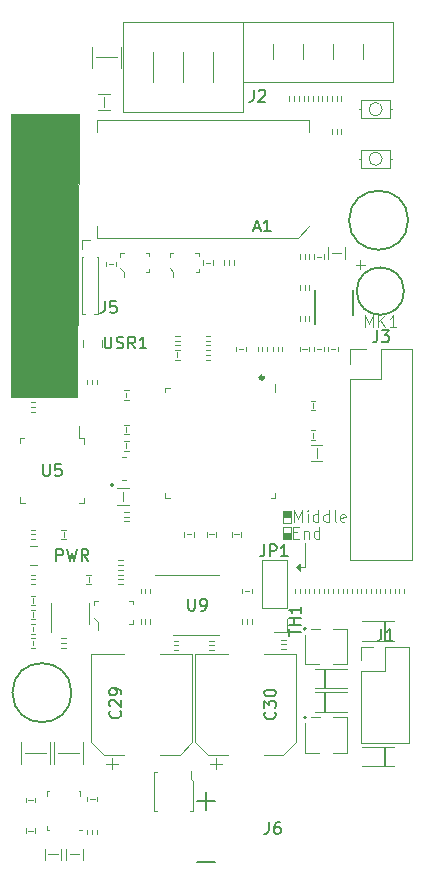
<source format=gbr>
G04 #@! TF.GenerationSoftware,KiCad,Pcbnew,(5.1.2)-1*
G04 #@! TF.CreationDate,2019-07-28T17:54:04+02:00*
G04 #@! TF.ProjectId,qqv11,71717631-312e-46b6-9963-61645f706362,rev?*
G04 #@! TF.SameCoordinates,Original*
G04 #@! TF.FileFunction,Legend,Top*
G04 #@! TF.FilePolarity,Positive*
%FSLAX46Y46*%
G04 Gerber Fmt 4.6, Leading zero omitted, Abs format (unit mm)*
G04 Created by KiCad (PCBNEW (5.1.2)-1) date 2019-07-28 17:54:04*
%MOMM*%
%LPD*%
G04 APERTURE LIST*
%ADD10C,0.150000*%
%ADD11C,0.100000*%
%ADD12C,0.300000*%
%ADD13C,0.120000*%
%ADD14C,0.127000*%
%ADD15C,0.200000*%
G04 APERTURE END LIST*
D10*
X97966666Y-101852380D02*
X97966666Y-100852380D01*
X98347619Y-100852380D01*
X98442857Y-100900000D01*
X98490476Y-100947619D01*
X98538095Y-101042857D01*
X98538095Y-101185714D01*
X98490476Y-101280952D01*
X98442857Y-101328571D01*
X98347619Y-101376190D01*
X97966666Y-101376190D01*
X98871428Y-100852380D02*
X99109523Y-101852380D01*
X99300000Y-101138095D01*
X99490476Y-101852380D01*
X99728571Y-100852380D01*
X100680952Y-101852380D02*
X100347619Y-101376190D01*
X100109523Y-101852380D02*
X100109523Y-100852380D01*
X100490476Y-100852380D01*
X100585714Y-100900000D01*
X100633333Y-100947619D01*
X100680952Y-101042857D01*
X100680952Y-101185714D01*
X100633333Y-101280952D01*
X100585714Y-101328571D01*
X100490476Y-101376190D01*
X100109523Y-101376190D01*
D11*
G36*
X118600000Y-102700000D02*
G01*
X118300000Y-102400000D01*
X118600000Y-102100000D01*
X118600000Y-102700000D01*
G37*
X118600000Y-102700000D02*
X118300000Y-102400000D01*
X118600000Y-102100000D01*
X118600000Y-102700000D01*
X119000000Y-102400000D02*
X118300000Y-102400000D01*
X119000000Y-100300000D02*
X119000000Y-102400000D01*
G36*
X117800000Y-98100000D02*
G01*
X117200000Y-98100000D01*
X117200000Y-97600000D01*
X117800000Y-97600000D01*
X117800000Y-98100000D01*
G37*
X117800000Y-98100000D02*
X117200000Y-98100000D01*
X117200000Y-97600000D01*
X117800000Y-97600000D01*
X117800000Y-98100000D01*
G36*
X117800000Y-100000000D02*
G01*
X117200000Y-100000000D01*
X117200000Y-99500000D01*
X117800000Y-99500000D01*
X117800000Y-100000000D01*
G37*
X117800000Y-100000000D02*
X117200000Y-100000000D01*
X117200000Y-99500000D01*
X117800000Y-99500000D01*
X117800000Y-100000000D01*
X117200000Y-100000000D02*
X117800000Y-100000000D01*
X117200000Y-99000000D02*
X117200000Y-100000000D01*
X117200000Y-99500000D02*
X117800000Y-99500000D01*
X117800000Y-99000000D02*
X117200000Y-99000000D01*
X117800000Y-100000000D02*
X117800000Y-99000000D01*
X117200000Y-98100000D02*
X117800000Y-98100000D01*
X117800000Y-97600000D02*
X117200000Y-97600000D01*
X117800000Y-98600000D02*
X117800000Y-97600000D01*
X117200000Y-98600000D02*
X117800000Y-98600000D01*
X117200000Y-97600000D02*
X117200000Y-98600000D01*
X118003095Y-99428571D02*
X118336428Y-99428571D01*
X118479285Y-99952380D02*
X118003095Y-99952380D01*
X118003095Y-98952380D01*
X118479285Y-98952380D01*
X118907857Y-99285714D02*
X118907857Y-99952380D01*
X118907857Y-99380952D02*
X118955476Y-99333333D01*
X119050714Y-99285714D01*
X119193571Y-99285714D01*
X119288809Y-99333333D01*
X119336428Y-99428571D01*
X119336428Y-99952380D01*
X120241190Y-99952380D02*
X120241190Y-98952380D01*
X120241190Y-99904761D02*
X120145952Y-99952380D01*
X119955476Y-99952380D01*
X119860238Y-99904761D01*
X119812619Y-99857142D01*
X119765000Y-99761904D01*
X119765000Y-99476190D01*
X119812619Y-99380952D01*
X119860238Y-99333333D01*
X119955476Y-99285714D01*
X120145952Y-99285714D01*
X120241190Y-99333333D01*
X118103095Y-98552380D02*
X118103095Y-97552380D01*
X118436428Y-98266666D01*
X118769761Y-97552380D01*
X118769761Y-98552380D01*
X119245952Y-98552380D02*
X119245952Y-97885714D01*
X119245952Y-97552380D02*
X119198333Y-97600000D01*
X119245952Y-97647619D01*
X119293571Y-97600000D01*
X119245952Y-97552380D01*
X119245952Y-97647619D01*
X120150714Y-98552380D02*
X120150714Y-97552380D01*
X120150714Y-98504761D02*
X120055476Y-98552380D01*
X119865000Y-98552380D01*
X119769761Y-98504761D01*
X119722142Y-98457142D01*
X119674523Y-98361904D01*
X119674523Y-98076190D01*
X119722142Y-97980952D01*
X119769761Y-97933333D01*
X119865000Y-97885714D01*
X120055476Y-97885714D01*
X120150714Y-97933333D01*
X121055476Y-98552380D02*
X121055476Y-97552380D01*
X121055476Y-98504761D02*
X120960238Y-98552380D01*
X120769761Y-98552380D01*
X120674523Y-98504761D01*
X120626904Y-98457142D01*
X120579285Y-98361904D01*
X120579285Y-98076190D01*
X120626904Y-97980952D01*
X120674523Y-97933333D01*
X120769761Y-97885714D01*
X120960238Y-97885714D01*
X121055476Y-97933333D01*
X121674523Y-98552380D02*
X121579285Y-98504761D01*
X121531666Y-98409523D01*
X121531666Y-97552380D01*
X122436428Y-98504761D02*
X122341190Y-98552380D01*
X122150714Y-98552380D01*
X122055476Y-98504761D01*
X122007857Y-98409523D01*
X122007857Y-98028571D01*
X122055476Y-97933333D01*
X122150714Y-97885714D01*
X122341190Y-97885714D01*
X122436428Y-97933333D01*
X122484047Y-98028571D01*
X122484047Y-98123809D01*
X122007857Y-98219047D01*
G36*
X99700000Y-88000000D02*
G01*
X94100000Y-88000000D01*
X94100000Y-64000000D01*
X99850000Y-64000000D01*
X99700000Y-88000000D01*
G37*
X99700000Y-88000000D02*
X94100000Y-88000000D01*
X94100000Y-64000000D01*
X99850000Y-64000000D01*
X99700000Y-88000000D01*
D10*
X127750000Y-73000000D02*
G75*
G03X127750000Y-73000000I-2500000J0D01*
G01*
X99250000Y-113000000D02*
G75*
G03X99250000Y-113000000I-2500000J0D01*
G01*
D12*
X115498564Y-86328572D02*
G75*
G03X115498564Y-86328572I-141421J0D01*
G01*
D13*
X116507143Y-87578572D02*
X116507143Y-86878572D01*
X107207143Y-87178572D02*
X107607143Y-87178572D01*
X107207143Y-87578572D02*
X107207143Y-87178572D01*
X107207143Y-96478572D02*
X107607143Y-96478572D01*
X107207143Y-96078572D02*
X107207143Y-96478572D01*
X116507143Y-96478572D02*
X116107143Y-96478572D01*
X116507143Y-96078572D02*
X116507143Y-96478572D01*
X118400000Y-74500000D02*
X101400000Y-74500000D01*
X101400000Y-64500000D02*
X119400000Y-64500000D01*
X101400000Y-74500000D02*
X101400000Y-73500000D01*
X101400000Y-64500000D02*
X101400000Y-65500000D01*
X119400000Y-64500000D02*
X119400000Y-65500000D01*
X119400000Y-73500000D02*
X118400000Y-74500000D01*
X127000000Y-104600000D02*
X127000000Y-104200000D01*
X127400000Y-104600000D02*
X127400000Y-104200000D01*
X126600000Y-104600000D02*
X126600000Y-104200000D01*
X99250000Y-113000000D02*
G75*
G03X99250000Y-113000000I-2500000J0D01*
G01*
X127750000Y-73000000D02*
G75*
G03X127750000Y-73000000I-2500000J0D01*
G01*
X119200000Y-83900000D02*
X118800000Y-83900000D01*
X118600000Y-83700000D02*
X118600000Y-84100000D01*
X119400000Y-83700000D02*
X119400000Y-84100000D01*
X121800000Y-83700000D02*
X121800000Y-84100000D01*
X121000000Y-83700000D02*
X121000000Y-84100000D01*
X121600000Y-83900000D02*
X121200000Y-83900000D01*
D11*
X103600000Y-96800000D02*
X103600000Y-96000000D01*
X104100000Y-95700000D02*
X103100000Y-95700000D01*
X104100000Y-97100000D02*
X103100000Y-97100000D01*
X121000000Y-76300000D02*
X121000000Y-75300000D01*
X122400000Y-76300000D02*
X122400000Y-75300000D01*
X121300000Y-75800000D02*
X122100000Y-75800000D01*
D13*
X108200000Y-84600000D02*
X108200000Y-84200000D01*
X108400000Y-84000000D02*
X108000000Y-84000000D01*
X108400000Y-84800000D02*
X108000000Y-84800000D01*
X119500000Y-88300000D02*
X119900000Y-88300000D01*
X119500000Y-89100000D02*
X119900000Y-89100000D01*
X119700000Y-88500000D02*
X119700000Y-88900000D01*
X119800000Y-76300000D02*
X119800000Y-75900000D01*
X120600000Y-76300000D02*
X120600000Y-75900000D01*
X120000000Y-76100000D02*
X120400000Y-76100000D01*
X120600000Y-83700000D02*
X120600000Y-84100000D01*
X119800000Y-83700000D02*
X119800000Y-84100000D01*
X120400000Y-83900000D02*
X120000000Y-83900000D01*
X113400000Y-83900000D02*
X113800000Y-83900000D01*
X114000000Y-84100000D02*
X114000000Y-83700000D01*
X113200000Y-84100000D02*
X113200000Y-83700000D01*
D11*
X120000000Y-92300000D02*
X120000000Y-93100000D01*
X119500000Y-93400000D02*
X120500000Y-93400000D01*
X119500000Y-92000000D02*
X120500000Y-92000000D01*
D13*
X119700000Y-91000000D02*
X119700000Y-91400000D01*
X119500000Y-91600000D02*
X119900000Y-91600000D01*
X119500000Y-90800000D02*
X119900000Y-90800000D01*
X104100000Y-88200000D02*
X103700000Y-88200000D01*
X104100000Y-87400000D02*
X103700000Y-87400000D01*
X103900000Y-88000000D02*
X103900000Y-87600000D01*
D11*
X101000000Y-60100000D02*
X101000000Y-58300000D01*
X103400000Y-60100000D02*
X103400000Y-58300000D01*
X101300000Y-59200000D02*
X103100000Y-59200000D01*
D13*
X113600000Y-99400000D02*
X113600000Y-99800000D01*
X112800000Y-99400000D02*
X112800000Y-99800000D01*
X113400000Y-99600000D02*
X113000000Y-99600000D01*
X103900000Y-90900000D02*
X103900000Y-90500000D01*
X104100000Y-90300000D02*
X103700000Y-90300000D01*
X104100000Y-91100000D02*
X103700000Y-91100000D01*
X102800000Y-76700000D02*
X102400000Y-76700000D01*
X102200000Y-76500000D02*
X102200000Y-76900000D01*
X103000000Y-76500000D02*
X103000000Y-76900000D01*
X111500000Y-99400000D02*
X111500000Y-99800000D01*
X110700000Y-99400000D02*
X110700000Y-99800000D01*
X111300000Y-99600000D02*
X110900000Y-99600000D01*
X111200000Y-76400000D02*
X111200000Y-76800000D01*
X110400000Y-76400000D02*
X110400000Y-76800000D01*
X111000000Y-76600000D02*
X110600000Y-76600000D01*
X98800000Y-100000000D02*
X98400000Y-100000000D01*
X98800000Y-99200000D02*
X98400000Y-99200000D01*
X98600000Y-99800000D02*
X98600000Y-99400000D01*
X103700000Y-91700000D02*
X104100000Y-91700000D01*
X103700000Y-92500000D02*
X104100000Y-92500000D01*
X103900000Y-91900000D02*
X103900000Y-92300000D01*
D11*
X102500000Y-63700000D02*
X101500000Y-63700000D01*
X102500000Y-62300000D02*
X101500000Y-62300000D01*
X102000000Y-63400000D02*
X102000000Y-62600000D01*
D13*
X100700000Y-103600000D02*
X100700000Y-103200000D01*
X100900000Y-103000000D02*
X100500000Y-103000000D01*
X100900000Y-103800000D02*
X100500000Y-103800000D01*
D11*
X99900000Y-126700000D02*
X99100000Y-126700000D01*
X98800000Y-126200000D02*
X98800000Y-127200000D01*
X100200000Y-126200000D02*
X100200000Y-127200000D01*
X98400000Y-126200000D02*
X98400000Y-127200000D01*
X97000000Y-126200000D02*
X97000000Y-127200000D01*
X98100000Y-126700000D02*
X97300000Y-126700000D01*
X98100000Y-118100000D02*
X99900000Y-118100000D01*
X100200000Y-119000000D02*
X100200000Y-117200000D01*
X97800000Y-119000000D02*
X97800000Y-117200000D01*
X95000000Y-119000000D02*
X95000000Y-117200000D01*
X97400000Y-119000000D02*
X97400000Y-117200000D01*
X95300000Y-118100000D02*
X97100000Y-118100000D01*
D13*
X102190000Y-119000000D02*
X103190000Y-119000000D01*
X102690000Y-119500000D02*
X102690000Y-118500000D01*
X108395563Y-118260000D02*
X109460000Y-117195563D01*
X102004437Y-118260000D02*
X100940000Y-117195563D01*
X102004437Y-118260000D02*
X103690000Y-118260000D01*
X108395563Y-118260000D02*
X106710000Y-118260000D01*
X109460000Y-117195563D02*
X109460000Y-109740000D01*
X100940000Y-117195563D02*
X100940000Y-109740000D01*
X100940000Y-109740000D02*
X103690000Y-109740000D01*
X109460000Y-109740000D02*
X106710000Y-109740000D01*
X118260000Y-109740000D02*
X115510000Y-109740000D01*
X109740000Y-109740000D02*
X112490000Y-109740000D01*
X109740000Y-117195563D02*
X109740000Y-109740000D01*
X118260000Y-117195563D02*
X118260000Y-109740000D01*
X117195563Y-118260000D02*
X115510000Y-118260000D01*
X110804437Y-118260000D02*
X112490000Y-118260000D01*
X110804437Y-118260000D02*
X109740000Y-117195563D01*
X117195563Y-118260000D02*
X118260000Y-117195563D01*
X111490000Y-119500000D02*
X111490000Y-118500000D01*
X110990000Y-119000000D02*
X111990000Y-119000000D01*
X100600000Y-122200000D02*
X100600000Y-121800000D01*
X101400000Y-122200000D02*
X101400000Y-121800000D01*
X100800000Y-122000000D02*
X101200000Y-122000000D01*
X114300000Y-104400000D02*
X113900000Y-104400000D01*
X113700000Y-104200000D02*
X113700000Y-104600000D01*
X114500000Y-104200000D02*
X114500000Y-104600000D01*
X109400000Y-99600000D02*
X109000000Y-99600000D01*
X108800000Y-99400000D02*
X108800000Y-99800000D01*
X109600000Y-99400000D02*
X109600000Y-99800000D01*
X96000000Y-109000000D02*
X96000000Y-108600000D01*
X96200000Y-108400000D02*
X95800000Y-108400000D01*
X96200000Y-109200000D02*
X95800000Y-109200000D01*
X96200000Y-108000000D02*
X95800000Y-108000000D01*
X96200000Y-107200000D02*
X95800000Y-107200000D01*
X96000000Y-107800000D02*
X96000000Y-107400000D01*
X96000000Y-106600000D02*
X96000000Y-106200000D01*
X96200000Y-106000000D02*
X95800000Y-106000000D01*
X96200000Y-106800000D02*
X95800000Y-106800000D01*
X96200000Y-105600000D02*
X95800000Y-105600000D01*
X96200000Y-104800000D02*
X95800000Y-104800000D01*
X96000000Y-105400000D02*
X96000000Y-105000000D01*
X119850000Y-112975000D02*
X122550000Y-112975000D01*
X119850000Y-114625000D02*
X122550000Y-114625000D01*
X120600000Y-113000000D02*
X120600000Y-114600000D01*
X120700000Y-113000000D02*
X120700000Y-114600000D01*
X125700000Y-119200000D02*
X125700000Y-117600000D01*
X125800000Y-119200000D02*
X125800000Y-117600000D01*
X126550000Y-117575000D02*
X123850000Y-117575000D01*
X126550000Y-119225000D02*
X123850000Y-119225000D01*
X125700000Y-108600000D02*
X125700000Y-107000000D01*
X125800000Y-108600000D02*
X125800000Y-107000000D01*
X126550000Y-106975000D02*
X123850000Y-106975000D01*
X126550000Y-108625000D02*
X123850000Y-108625000D01*
X119850000Y-110975000D02*
X122550000Y-110975000D01*
X119850000Y-112625000D02*
X122550000Y-112625000D01*
X120600000Y-111000000D02*
X120600000Y-112600000D01*
X120700000Y-111000000D02*
X120700000Y-112600000D01*
D11*
X101150000Y-106700000D02*
X101475000Y-107025000D01*
X101475000Y-107025000D02*
X101475000Y-107725000D01*
X101500000Y-105200000D02*
X101150000Y-105200000D01*
X101150000Y-105200000D02*
X101150000Y-105550000D01*
X104450000Y-106875000D02*
X104450000Y-107200000D01*
X104450000Y-107200000D02*
X104150000Y-107200000D01*
X104100000Y-105200000D02*
X104450000Y-105200000D01*
X104450000Y-105200000D02*
X104450000Y-105500000D01*
D13*
X113810000Y-56190000D02*
X113810000Y-63810000D01*
X103650000Y-56190000D02*
X103650000Y-63810000D01*
X103650000Y-63810000D02*
X113810000Y-63810000D01*
X103650000Y-56190000D02*
X113810000Y-56190000D01*
X116350000Y-58095000D02*
X116350000Y-59365000D01*
X118890000Y-58095000D02*
X118890000Y-59365000D01*
X121430000Y-58095000D02*
X121430000Y-59365000D01*
X126510000Y-56190000D02*
X126510000Y-61270000D01*
X123970000Y-58095000D02*
X123970000Y-59365000D01*
X126510000Y-56190000D02*
X113810000Y-56190000D01*
X126510000Y-61270000D02*
X113810000Y-61270000D01*
X106190000Y-58730000D02*
X106190000Y-61270000D01*
X108730000Y-58730000D02*
X108730000Y-61270000D01*
X111270000Y-58730000D02*
X111270000Y-61270000D01*
X122870000Y-101770000D02*
X128070000Y-101770000D01*
X122870000Y-86470000D02*
X122870000Y-101770000D01*
X128070000Y-83870000D02*
X128070000Y-101770000D01*
X122870000Y-86470000D02*
X125470000Y-86470000D01*
X125470000Y-86470000D02*
X125470000Y-83870000D01*
X125470000Y-83870000D02*
X128070000Y-83870000D01*
X122870000Y-85200000D02*
X122870000Y-83870000D01*
X122870000Y-83870000D02*
X124200000Y-83870000D01*
X100105000Y-80960000D02*
X100405507Y-80960000D01*
X101194493Y-80960000D02*
X101495000Y-80960000D01*
X100105000Y-76085000D02*
X100105000Y-80960000D01*
X101495000Y-76085000D02*
X101495000Y-80960000D01*
X100105000Y-76085000D02*
X100191724Y-76085000D01*
X101408276Y-76085000D02*
X101495000Y-76085000D01*
X100105000Y-75400000D02*
X100105000Y-74715000D01*
X100105000Y-74715000D02*
X100800000Y-74715000D01*
D14*
X127400000Y-79000000D02*
G75*
G03X127400000Y-79000000I-2000000J0D01*
G01*
D13*
X96320000Y-100600000D02*
X95720000Y-100600000D01*
X96300000Y-102200000D02*
X95700000Y-102200000D01*
D11*
X122600000Y-118100000D02*
X122600000Y-115100000D01*
X119000000Y-115600000D02*
X119000000Y-118100000D01*
X122600000Y-118100000D02*
X121400000Y-118100000D01*
X119000000Y-118100000D02*
X120200000Y-118100000D01*
X122600000Y-115100000D02*
X121400000Y-115100000D01*
D13*
X120300000Y-115100000D02*
X119500000Y-115100000D01*
D15*
X119100000Y-115100000D02*
G75*
G03X119100000Y-115100000I-100000J0D01*
G01*
X119087500Y-107577500D02*
G75*
G03X119087500Y-107577500I-100000J0D01*
G01*
D13*
X120287500Y-107577500D02*
X119487500Y-107577500D01*
D11*
X122587500Y-107577500D02*
X121387500Y-107577500D01*
X118987500Y-110577500D02*
X120187500Y-110577500D01*
X122587500Y-110577500D02*
X121387500Y-110577500D01*
X118987500Y-108077500D02*
X118987500Y-110577500D01*
X122587500Y-110577500D02*
X122587500Y-107577500D01*
D13*
X106250000Y-123050000D02*
X106250000Y-119750000D01*
X109350000Y-120300000D02*
X109350000Y-119650000D01*
X109550000Y-120500000D02*
X109350000Y-120300000D01*
X109550000Y-123050000D02*
X109550000Y-120500000D01*
X106250000Y-123050000D02*
X106500000Y-123050000D01*
X109550000Y-123050000D02*
X109300000Y-123050000D01*
X106250000Y-119750000D02*
X106500000Y-119750000D01*
X119400000Y-78500000D02*
X119400000Y-78900000D01*
X118600000Y-78500000D02*
X118600000Y-78900000D01*
X119000000Y-78500000D02*
X119000000Y-78900000D01*
X119400000Y-81100000D02*
X119400000Y-81500000D01*
X118600000Y-81100000D02*
X118600000Y-81500000D01*
X119000000Y-81100000D02*
X119000000Y-81500000D01*
X108000000Y-82800000D02*
X108400000Y-82800000D01*
X108000000Y-83600000D02*
X108400000Y-83600000D01*
X108000000Y-83200000D02*
X108400000Y-83200000D01*
X110600000Y-83200000D02*
X111000000Y-83200000D01*
X110600000Y-83600000D02*
X111000000Y-83600000D01*
X110600000Y-82800000D02*
X111000000Y-82800000D01*
X119000000Y-76300000D02*
X119000000Y-75900000D01*
X119400000Y-76300000D02*
X119400000Y-75900000D01*
X118600000Y-76300000D02*
X118600000Y-75900000D01*
X110600000Y-84000000D02*
X111000000Y-84000000D01*
X110600000Y-84800000D02*
X111000000Y-84800000D01*
X110600000Y-84400000D02*
X111000000Y-84400000D01*
X125800000Y-104200000D02*
X125800000Y-104600000D01*
X125400000Y-104200000D02*
X125400000Y-104600000D01*
X126200000Y-104200000D02*
X126200000Y-104600000D01*
X121400000Y-104200000D02*
X121400000Y-104600000D01*
X120600000Y-104200000D02*
X120600000Y-104600000D01*
X121000000Y-104200000D02*
X121000000Y-104600000D01*
X121800000Y-104600000D02*
X121800000Y-104200000D01*
X122600000Y-104600000D02*
X122600000Y-104200000D01*
X122200000Y-104600000D02*
X122200000Y-104200000D01*
X118600000Y-104200000D02*
X118600000Y-104600000D01*
X118200000Y-104200000D02*
X118200000Y-104600000D01*
X119000000Y-104200000D02*
X119000000Y-104600000D01*
X122100000Y-62500000D02*
X122100000Y-62900000D01*
X121300000Y-62500000D02*
X121300000Y-62900000D01*
X121700000Y-62500000D02*
X121700000Y-62900000D01*
X122100000Y-65300000D02*
X122100000Y-65700000D01*
X121300000Y-65300000D02*
X121300000Y-65700000D01*
X121700000Y-65300000D02*
X121700000Y-65700000D01*
X123800000Y-104200000D02*
X123800000Y-104600000D01*
X123000000Y-104200000D02*
X123000000Y-104600000D01*
X123400000Y-104200000D02*
X123400000Y-104600000D01*
X119800000Y-104600000D02*
X119800000Y-104200000D01*
X120200000Y-104600000D02*
X120200000Y-104200000D01*
X119400000Y-104600000D02*
X119400000Y-104200000D01*
X124200000Y-104600000D02*
X124200000Y-104200000D01*
X125000000Y-104600000D02*
X125000000Y-104200000D01*
X124600000Y-104600000D02*
X124600000Y-104200000D01*
X95800000Y-103400000D02*
X96200000Y-103400000D01*
X95800000Y-103800000D02*
X96200000Y-103800000D01*
X95800000Y-103000000D02*
X96200000Y-103000000D01*
X101000000Y-86500000D02*
X101000000Y-86900000D01*
X100600000Y-86500000D02*
X100600000Y-86900000D01*
X101400000Y-86500000D02*
X101400000Y-86900000D01*
X118100000Y-62900000D02*
X118100000Y-62500000D01*
X118500000Y-62900000D02*
X118500000Y-62500000D01*
X117700000Y-62900000D02*
X117700000Y-62500000D01*
X118900000Y-62900000D02*
X118900000Y-62500000D01*
X119700000Y-62900000D02*
X119700000Y-62500000D01*
X119300000Y-62900000D02*
X119300000Y-62500000D01*
X120500000Y-62900000D02*
X120500000Y-62500000D01*
X120900000Y-62900000D02*
X120900000Y-62500000D01*
X120100000Y-62900000D02*
X120100000Y-62500000D01*
X103700000Y-97700000D02*
X104100000Y-97700000D01*
X103700000Y-98500000D02*
X104100000Y-98500000D01*
X103700000Y-98100000D02*
X104100000Y-98100000D01*
X96200000Y-99600000D02*
X95800000Y-99600000D01*
X96200000Y-99200000D02*
X95800000Y-99200000D01*
X96200000Y-100000000D02*
X95800000Y-100000000D01*
X96200000Y-89200000D02*
X95800000Y-89200000D01*
X96200000Y-88400000D02*
X95800000Y-88400000D01*
X96200000Y-88800000D02*
X95800000Y-88800000D01*
X103200000Y-103400000D02*
X103600000Y-103400000D01*
X103200000Y-103800000D02*
X103600000Y-103800000D01*
X103200000Y-103000000D02*
X103600000Y-103000000D01*
X103200000Y-101800000D02*
X103600000Y-101800000D01*
X103200000Y-102600000D02*
X103600000Y-102600000D01*
X103200000Y-102200000D02*
X103600000Y-102200000D01*
X101000000Y-125000000D02*
X101000000Y-124600000D01*
X101400000Y-125000000D02*
X101400000Y-124600000D01*
X100600000Y-125000000D02*
X100600000Y-124600000D01*
X107900000Y-108600000D02*
X108300000Y-108600000D01*
X107900000Y-109400000D02*
X108300000Y-109400000D01*
X107900000Y-109000000D02*
X108300000Y-109000000D01*
X105100000Y-104600000D02*
X105100000Y-104200000D01*
X105900000Y-104600000D02*
X105900000Y-104200000D01*
X105500000Y-104600000D02*
X105500000Y-104200000D01*
X113700000Y-107200000D02*
X113700000Y-106800000D01*
X114500000Y-107200000D02*
X114500000Y-106800000D01*
X114100000Y-107200000D02*
X114100000Y-106800000D01*
X110900000Y-109000000D02*
X111300000Y-109000000D01*
X110900000Y-109400000D02*
X111300000Y-109400000D01*
X110900000Y-108600000D02*
X111300000Y-108600000D01*
X105500000Y-107200000D02*
X105500000Y-106800000D01*
X105900000Y-107200000D02*
X105900000Y-106800000D01*
X105100000Y-107200000D02*
X105100000Y-106800000D01*
X113000000Y-76400000D02*
X113000000Y-76800000D01*
X112200000Y-76400000D02*
X112200000Y-76800000D01*
X112600000Y-76400000D02*
X112600000Y-76800000D01*
X116700000Y-83700000D02*
X116700000Y-84100000D01*
X116300000Y-83700000D02*
X116300000Y-84100000D01*
X117100000Y-83700000D02*
X117100000Y-84100000D01*
X115800000Y-83700000D02*
X115800000Y-84100000D01*
X115000000Y-83700000D02*
X115000000Y-84100000D01*
X115400000Y-83700000D02*
X115400000Y-84100000D01*
X98400000Y-108800000D02*
X98800000Y-108800000D01*
X98400000Y-109200000D02*
X98800000Y-109200000D01*
X98400000Y-108400000D02*
X98800000Y-108400000D01*
D11*
X126250000Y-64350000D02*
X126250000Y-62850000D01*
X126250000Y-62850000D02*
X123750000Y-62850000D01*
X123750000Y-62850000D02*
X123750000Y-64350000D01*
X123750000Y-64350000D02*
X126250000Y-64350000D01*
X125559017Y-63600000D02*
G75*
G03X125559017Y-63600000I-559017J0D01*
G01*
X126250000Y-63600000D02*
X126400000Y-63600000D01*
X123750000Y-63600000D02*
X123600000Y-63600000D01*
X123750000Y-67800000D02*
X123600000Y-67800000D01*
X126250000Y-67800000D02*
X126400000Y-67800000D01*
X125559017Y-67800000D02*
G75*
G03X125559017Y-67800000I-559017J0D01*
G01*
X123750000Y-68550000D02*
X126250000Y-68550000D01*
X123750000Y-67050000D02*
X123750000Y-68550000D01*
X126250000Y-67050000D02*
X123750000Y-67050000D01*
X126250000Y-68550000D02*
X126250000Y-67050000D01*
D13*
X117000000Y-108900000D02*
X117400000Y-108900000D01*
X117000000Y-109300000D02*
X117400000Y-109300000D01*
X117000000Y-108500000D02*
X117400000Y-108500000D01*
D10*
X119875000Y-81825000D02*
X119875000Y-78950000D01*
X123125000Y-81050000D02*
X123125000Y-78950000D01*
D11*
X103375000Y-77075000D02*
X103675000Y-77400000D01*
X103675000Y-77400000D02*
X103675000Y-77800000D01*
X103675000Y-75800000D02*
X103375000Y-75800000D01*
X103375000Y-75800000D02*
X103375000Y-76100000D01*
X105550000Y-77400000D02*
X105825000Y-77400000D01*
X105825000Y-77400000D02*
X105825000Y-77150000D01*
X105525000Y-75800000D02*
X105825000Y-75800000D01*
X105825000Y-75800000D02*
X105825000Y-76025000D01*
X110025000Y-75800000D02*
X110025000Y-76025000D01*
X109725000Y-75800000D02*
X110025000Y-75800000D01*
X110025000Y-77400000D02*
X110025000Y-77150000D01*
X109750000Y-77400000D02*
X110025000Y-77400000D01*
X107575000Y-75800000D02*
X107575000Y-76100000D01*
X107875000Y-75800000D02*
X107575000Y-75800000D01*
X107875000Y-77400000D02*
X107875000Y-77800000D01*
X107575000Y-77075000D02*
X107875000Y-77400000D01*
X100350000Y-91950000D02*
X100350000Y-91450000D01*
X100350000Y-91450000D02*
X99900000Y-91450000D01*
X99900000Y-91450000D02*
X99900000Y-90400000D01*
X94850000Y-91475000D02*
X95250000Y-91475000D01*
X94850000Y-91475000D02*
X94850000Y-91875000D01*
X94850000Y-96950000D02*
X94850000Y-96475000D01*
X94850000Y-96950000D02*
X95275000Y-96950000D01*
X100325000Y-96925000D02*
X100325000Y-96500000D01*
X100325000Y-96925000D02*
X99925000Y-96925000D01*
D13*
X103487500Y-93012500D02*
X103887500Y-93012500D01*
X103487500Y-95012500D02*
X103887500Y-95012500D01*
D15*
X102787500Y-95412500D02*
G75*
G03X102787500Y-95412500I-100000J0D01*
G01*
D13*
X97350000Y-124650000D02*
X97200000Y-124650000D01*
X97200000Y-124650000D02*
X97200000Y-124250000D01*
X97350000Y-121350000D02*
X97200000Y-121350000D01*
X97200000Y-121350000D02*
X97200000Y-121750000D01*
X99850000Y-121350000D02*
X100000000Y-121350000D01*
X100000000Y-121350000D02*
X100000000Y-121750000D01*
X99850000Y-124650000D02*
X100150000Y-124650000D01*
X109800000Y-108160000D02*
X111750000Y-108160000D01*
X109800000Y-108160000D02*
X107850000Y-108160000D01*
X109800000Y-103040000D02*
X111750000Y-103040000D01*
X109800000Y-103040000D02*
X106350000Y-103040000D01*
X100710000Y-107200000D02*
X100710000Y-105400000D01*
X97490000Y-105400000D02*
X97490000Y-107850000D01*
X100200000Y-83700000D02*
X100200000Y-83100000D01*
X101800000Y-83720000D02*
X101800000Y-83120000D01*
X117460000Y-101740000D02*
X115340000Y-101740000D01*
X117460000Y-105800000D02*
X117460000Y-101740000D01*
X115340000Y-105800000D02*
X115340000Y-101740000D01*
X117460000Y-105800000D02*
X115340000Y-105800000D01*
X117460000Y-106800000D02*
X117460000Y-107860000D01*
X117460000Y-107860000D02*
X116400000Y-107860000D01*
X95400000Y-124900000D02*
X95400000Y-124500000D01*
X96200000Y-124900000D02*
X96200000Y-124500000D01*
X95600000Y-124700000D02*
X96000000Y-124700000D01*
X96000000Y-122100000D02*
X95600000Y-122100000D01*
X95400000Y-121900000D02*
X95400000Y-122300000D01*
X96200000Y-121900000D02*
X96200000Y-122300000D01*
X123740000Y-117260000D02*
X127860000Y-117260000D01*
X123740000Y-111200000D02*
X123740000Y-117260000D01*
X127860000Y-109140000D02*
X127860000Y-117260000D01*
X123740000Y-111200000D02*
X125800000Y-111200000D01*
X125800000Y-111200000D02*
X125800000Y-109140000D01*
X125800000Y-109140000D02*
X127860000Y-109140000D01*
X123740000Y-110200000D02*
X123740000Y-109140000D01*
X123740000Y-109140000D02*
X124800000Y-109140000D01*
D10*
X114685714Y-73666666D02*
X115161904Y-73666666D01*
X114590476Y-73952380D02*
X114923809Y-72952380D01*
X115257142Y-73952380D01*
X116114285Y-73952380D02*
X115542857Y-73952380D01*
X115828571Y-73952380D02*
X115828571Y-72952380D01*
X115733333Y-73095238D01*
X115638095Y-73190476D01*
X115542857Y-73238095D01*
X115966666Y-123952380D02*
X115966666Y-124666666D01*
X115919047Y-124809523D01*
X115823809Y-124904761D01*
X115680952Y-124952380D01*
X115585714Y-124952380D01*
X116871428Y-123952380D02*
X116680952Y-123952380D01*
X116585714Y-124000000D01*
X116538095Y-124047619D01*
X116442857Y-124190476D01*
X116395238Y-124380952D01*
X116395238Y-124761904D01*
X116442857Y-124857142D01*
X116490476Y-124904761D01*
X116585714Y-124952380D01*
X116776190Y-124952380D01*
X116871428Y-124904761D01*
X116919047Y-124857142D01*
X116966666Y-124761904D01*
X116966666Y-124523809D01*
X116919047Y-124428571D01*
X116871428Y-124380952D01*
X116776190Y-124333333D01*
X116585714Y-124333333D01*
X116490476Y-124380952D01*
X116442857Y-124428571D01*
X116395238Y-124523809D01*
X109838095Y-127342857D02*
X111361904Y-127342857D01*
X109838095Y-122142857D02*
X111361904Y-122142857D01*
X110600000Y-122904761D02*
X110600000Y-121380952D01*
X103357142Y-114542857D02*
X103404761Y-114590476D01*
X103452380Y-114733333D01*
X103452380Y-114828571D01*
X103404761Y-114971428D01*
X103309523Y-115066666D01*
X103214285Y-115114285D01*
X103023809Y-115161904D01*
X102880952Y-115161904D01*
X102690476Y-115114285D01*
X102595238Y-115066666D01*
X102500000Y-114971428D01*
X102452380Y-114828571D01*
X102452380Y-114733333D01*
X102500000Y-114590476D01*
X102547619Y-114542857D01*
X102547619Y-114161904D02*
X102500000Y-114114285D01*
X102452380Y-114019047D01*
X102452380Y-113780952D01*
X102500000Y-113685714D01*
X102547619Y-113638095D01*
X102642857Y-113590476D01*
X102738095Y-113590476D01*
X102880952Y-113638095D01*
X103452380Y-114209523D01*
X103452380Y-113590476D01*
X103452380Y-113114285D02*
X103452380Y-112923809D01*
X103404761Y-112828571D01*
X103357142Y-112780952D01*
X103214285Y-112685714D01*
X103023809Y-112638095D01*
X102642857Y-112638095D01*
X102547619Y-112685714D01*
X102500000Y-112733333D01*
X102452380Y-112828571D01*
X102452380Y-113019047D01*
X102500000Y-113114285D01*
X102547619Y-113161904D01*
X102642857Y-113209523D01*
X102880952Y-113209523D01*
X102976190Y-113161904D01*
X103023809Y-113114285D01*
X103071428Y-113019047D01*
X103071428Y-112828571D01*
X103023809Y-112733333D01*
X102976190Y-112685714D01*
X102880952Y-112638095D01*
X116457142Y-114642857D02*
X116504761Y-114690476D01*
X116552380Y-114833333D01*
X116552380Y-114928571D01*
X116504761Y-115071428D01*
X116409523Y-115166666D01*
X116314285Y-115214285D01*
X116123809Y-115261904D01*
X115980952Y-115261904D01*
X115790476Y-115214285D01*
X115695238Y-115166666D01*
X115600000Y-115071428D01*
X115552380Y-114928571D01*
X115552380Y-114833333D01*
X115600000Y-114690476D01*
X115647619Y-114642857D01*
X115552380Y-114309523D02*
X115552380Y-113690476D01*
X115933333Y-114023809D01*
X115933333Y-113880952D01*
X115980952Y-113785714D01*
X116028571Y-113738095D01*
X116123809Y-113690476D01*
X116361904Y-113690476D01*
X116457142Y-113738095D01*
X116504761Y-113785714D01*
X116552380Y-113880952D01*
X116552380Y-114166666D01*
X116504761Y-114261904D01*
X116457142Y-114309523D01*
X115552380Y-113071428D02*
X115552380Y-112976190D01*
X115600000Y-112880952D01*
X115647619Y-112833333D01*
X115742857Y-112785714D01*
X115933333Y-112738095D01*
X116171428Y-112738095D01*
X116361904Y-112785714D01*
X116457142Y-112833333D01*
X116504761Y-112880952D01*
X116552380Y-112976190D01*
X116552380Y-113071428D01*
X116504761Y-113166666D01*
X116457142Y-113214285D01*
X116361904Y-113261904D01*
X116171428Y-113309523D01*
X115933333Y-113309523D01*
X115742857Y-113261904D01*
X115647619Y-113214285D01*
X115600000Y-113166666D01*
X115552380Y-113071428D01*
X114666666Y-61952380D02*
X114666666Y-62666666D01*
X114619047Y-62809523D01*
X114523809Y-62904761D01*
X114380952Y-62952380D01*
X114285714Y-62952380D01*
X115095238Y-62047619D02*
X115142857Y-62000000D01*
X115238095Y-61952380D01*
X115476190Y-61952380D01*
X115571428Y-62000000D01*
X115619047Y-62047619D01*
X115666666Y-62142857D01*
X115666666Y-62238095D01*
X115619047Y-62380952D01*
X115047619Y-62952380D01*
X115666666Y-62952380D01*
X125136666Y-82322380D02*
X125136666Y-83036666D01*
X125089047Y-83179523D01*
X124993809Y-83274761D01*
X124850952Y-83322380D01*
X124755714Y-83322380D01*
X125517619Y-82322380D02*
X126136666Y-82322380D01*
X125803333Y-82703333D01*
X125946190Y-82703333D01*
X126041428Y-82750952D01*
X126089047Y-82798571D01*
X126136666Y-82893809D01*
X126136666Y-83131904D01*
X126089047Y-83227142D01*
X126041428Y-83274761D01*
X125946190Y-83322380D01*
X125660476Y-83322380D01*
X125565238Y-83274761D01*
X125517619Y-83227142D01*
X102066666Y-79852380D02*
X102066666Y-80566666D01*
X102019047Y-80709523D01*
X101923809Y-80804761D01*
X101780952Y-80852380D01*
X101685714Y-80852380D01*
X103019047Y-79852380D02*
X102542857Y-79852380D01*
X102495238Y-80328571D01*
X102542857Y-80280952D01*
X102638095Y-80233333D01*
X102876190Y-80233333D01*
X102971428Y-80280952D01*
X103019047Y-80328571D01*
X103066666Y-80423809D01*
X103066666Y-80661904D01*
X103019047Y-80757142D01*
X102971428Y-80804761D01*
X102876190Y-80852380D01*
X102638095Y-80852380D01*
X102542857Y-80804761D01*
X102495238Y-80757142D01*
D11*
X124088616Y-82053023D02*
X124088616Y-81051603D01*
X124422423Y-81766903D01*
X124756230Y-81051603D01*
X124756230Y-82053023D01*
X125233096Y-82053023D02*
X125233096Y-81051603D01*
X125805336Y-82053023D02*
X125376156Y-81480783D01*
X125805336Y-81051603D02*
X125233096Y-81623843D01*
X126759070Y-82053023D02*
X126186830Y-82053023D01*
X126472950Y-82053023D02*
X126472950Y-81051603D01*
X126377576Y-81194663D01*
X126282203Y-81290036D01*
X126186830Y-81337723D01*
X123316797Y-76768378D02*
X124078702Y-76768378D01*
X123697750Y-77149330D02*
X123697750Y-76387426D01*
D10*
X117652380Y-108185714D02*
X117652380Y-107614285D01*
X118652380Y-107900000D02*
X117652380Y-107900000D01*
X118652380Y-107280952D02*
X117652380Y-107280952D01*
X118128571Y-107280952D02*
X118128571Y-106709523D01*
X118652380Y-106709523D02*
X117652380Y-106709523D01*
X118652380Y-105709523D02*
X118652380Y-106280952D01*
X118652380Y-105995238D02*
X117652380Y-105995238D01*
X117795238Y-106090476D01*
X117890476Y-106185714D01*
X117938095Y-106280952D01*
X96838095Y-93652380D02*
X96838095Y-94461904D01*
X96885714Y-94557142D01*
X96933333Y-94604761D01*
X97028571Y-94652380D01*
X97219047Y-94652380D01*
X97314285Y-94604761D01*
X97361904Y-94557142D01*
X97409523Y-94461904D01*
X97409523Y-93652380D01*
X98361904Y-93652380D02*
X97885714Y-93652380D01*
X97838095Y-94128571D01*
X97885714Y-94080952D01*
X97980952Y-94033333D01*
X98219047Y-94033333D01*
X98314285Y-94080952D01*
X98361904Y-94128571D01*
X98409523Y-94223809D01*
X98409523Y-94461904D01*
X98361904Y-94557142D01*
X98314285Y-94604761D01*
X98219047Y-94652380D01*
X97980952Y-94652380D01*
X97885714Y-94604761D01*
X97838095Y-94557142D01*
X109138095Y-105052380D02*
X109138095Y-105861904D01*
X109185714Y-105957142D01*
X109233333Y-106004761D01*
X109328571Y-106052380D01*
X109519047Y-106052380D01*
X109614285Y-106004761D01*
X109661904Y-105957142D01*
X109709523Y-105861904D01*
X109709523Y-105052380D01*
X110233333Y-106052380D02*
X110423809Y-106052380D01*
X110519047Y-106004761D01*
X110566666Y-105957142D01*
X110661904Y-105814285D01*
X110709523Y-105623809D01*
X110709523Y-105242857D01*
X110661904Y-105147619D01*
X110614285Y-105100000D01*
X110519047Y-105052380D01*
X110328571Y-105052380D01*
X110233333Y-105100000D01*
X110185714Y-105147619D01*
X110138095Y-105242857D01*
X110138095Y-105480952D01*
X110185714Y-105576190D01*
X110233333Y-105623809D01*
X110328571Y-105671428D01*
X110519047Y-105671428D01*
X110614285Y-105623809D01*
X110661904Y-105576190D01*
X110709523Y-105480952D01*
X102061904Y-82852380D02*
X102061904Y-83661904D01*
X102109523Y-83757142D01*
X102157142Y-83804761D01*
X102252380Y-83852380D01*
X102442857Y-83852380D01*
X102538095Y-83804761D01*
X102585714Y-83757142D01*
X102633333Y-83661904D01*
X102633333Y-82852380D01*
X103061904Y-83804761D02*
X103204761Y-83852380D01*
X103442857Y-83852380D01*
X103538095Y-83804761D01*
X103585714Y-83757142D01*
X103633333Y-83661904D01*
X103633333Y-83566666D01*
X103585714Y-83471428D01*
X103538095Y-83423809D01*
X103442857Y-83376190D01*
X103252380Y-83328571D01*
X103157142Y-83280952D01*
X103109523Y-83233333D01*
X103061904Y-83138095D01*
X103061904Y-83042857D01*
X103109523Y-82947619D01*
X103157142Y-82900000D01*
X103252380Y-82852380D01*
X103490476Y-82852380D01*
X103633333Y-82900000D01*
X104633333Y-83852380D02*
X104300000Y-83376190D01*
X104061904Y-83852380D02*
X104061904Y-82852380D01*
X104442857Y-82852380D01*
X104538095Y-82900000D01*
X104585714Y-82947619D01*
X104633333Y-83042857D01*
X104633333Y-83185714D01*
X104585714Y-83280952D01*
X104538095Y-83328571D01*
X104442857Y-83376190D01*
X104061904Y-83376190D01*
X105585714Y-83852380D02*
X105014285Y-83852380D01*
X105300000Y-83852380D02*
X105300000Y-82852380D01*
X105204761Y-82995238D01*
X105109523Y-83090476D01*
X105014285Y-83138095D01*
X115566666Y-100452380D02*
X115566666Y-101166666D01*
X115519047Y-101309523D01*
X115423809Y-101404761D01*
X115280952Y-101452380D01*
X115185714Y-101452380D01*
X116042857Y-101452380D02*
X116042857Y-100452380D01*
X116423809Y-100452380D01*
X116519047Y-100500000D01*
X116566666Y-100547619D01*
X116614285Y-100642857D01*
X116614285Y-100785714D01*
X116566666Y-100880952D01*
X116519047Y-100928571D01*
X116423809Y-100976190D01*
X116042857Y-100976190D01*
X117566666Y-101452380D02*
X116995238Y-101452380D01*
X117280952Y-101452380D02*
X117280952Y-100452380D01*
X117185714Y-100595238D01*
X117090476Y-100690476D01*
X116995238Y-100738095D01*
X125466666Y-107592380D02*
X125466666Y-108306666D01*
X125419047Y-108449523D01*
X125323809Y-108544761D01*
X125180952Y-108592380D01*
X125085714Y-108592380D01*
X126466666Y-108592380D02*
X125895238Y-108592380D01*
X126180952Y-108592380D02*
X126180952Y-107592380D01*
X126085714Y-107735238D01*
X125990476Y-107830476D01*
X125895238Y-107878095D01*
M02*

</source>
